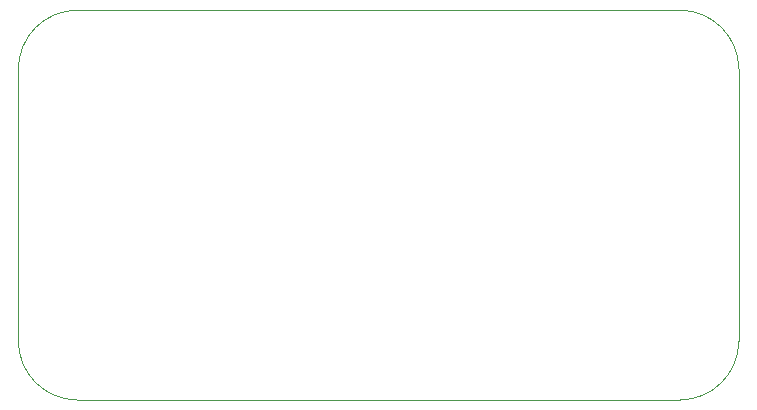
<source format=gbr>
%TF.GenerationSoftware,KiCad,Pcbnew,(5.1.6)-1*%
%TF.CreationDate,2020-06-16T01:11:06+01:00*%
%TF.ProjectId,peltier_driver_pcb,70656c74-6965-4725-9f64-72697665725f,rev?*%
%TF.SameCoordinates,Original*%
%TF.FileFunction,Profile,NP*%
%FSLAX46Y46*%
G04 Gerber Fmt 4.6, Leading zero omitted, Abs format (unit mm)*
G04 Created by KiCad (PCBNEW (5.1.6)-1) date 2020-06-16 01:11:06*
%MOMM*%
%LPD*%
G01*
G04 APERTURE LIST*
%TA.AperFunction,Profile*%
%ADD10C,0.050000*%
%TD*%
G04 APERTURE END LIST*
D10*
X163000000Y-53500000D02*
X112000000Y-53500000D01*
X168000000Y-81500000D02*
X168000000Y-58500000D01*
X112000000Y-86500000D02*
X163000000Y-86500000D01*
X107000000Y-58500000D02*
X107000000Y-81500000D01*
X107000000Y-58500000D02*
G75*
G02*
X112000000Y-53500000I5000000J0D01*
G01*
X112000000Y-86500000D02*
G75*
G02*
X107000000Y-81500000I0J5000000D01*
G01*
X163000000Y-53500000D02*
G75*
G02*
X168000000Y-58500000I0J-5000000D01*
G01*
X168000000Y-81500000D02*
G75*
G02*
X163000000Y-86500000I-5000000J0D01*
G01*
M02*

</source>
